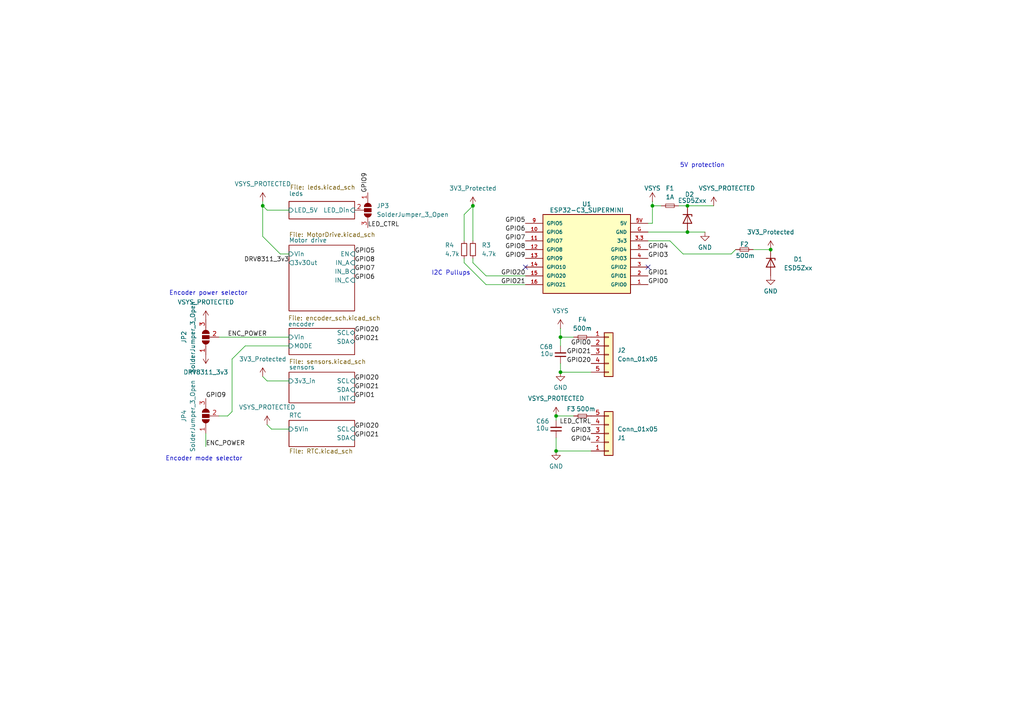
<source format=kicad_sch>
(kicad_sch (version 20250114) (generator "eeschema") (generator_version "9.0")
  (paper "A4")
  (title_block (title "QNOB") (date "2025-04-17") (rev "0.5") (company "12M Design") (comment 1 "Alper Basaran"))
  (lib_symbols
    (symbol "Carrier_boards:ESP32-C3_SUPERMINI" (pin_names (offset 1.016))
      (property "Reference" "U" (at -12.7 16.002 0))
      (property "Value" "ESP32-C3_SUPERMINI" (at -12.7 -20.32 0))
      (symbol "ESP32-C3_SUPERMINI_0_0"
        (rectangle (start -12.7 5.08) (end 12.7 -17.78) (stroke (width 0.254)) (fill (type background)))
        (pin power_in line (at -17.78 -12.7 0) (length 5.08) (name "GND") (number "G"))
        (pin power_in line (at -17.78 -15.24 0) (length 5.08) (name "5V") (number "5V"))
      )
      (symbol "ESP32-C3_SUPERMINI_1_0"
        (pin bidirectional line (at -17.78 2.54 0) (length 5.08) (name "GPIO0") (number "1"))
        (pin bidirectional line (at -17.78 0 0) (length 5.08) (name "GPIO1") (number "2"))
        (pin bidirectional line (at -17.78 -2.54 0) (length 5.08) (name "GPIO2") (number "3"))
        (pin bidirectional line (at -17.78 -5.08 0) (length 5.08) (name "GPIO3") (number "4"))
        (pin bidirectional line (at -17.78 -7.62 0) (length 5.08) (name "GPIO4") (number "5"))
        (pin bidirectional line (at -17.78 -10.16 0) (length 5.08) (name "3v3") (number "3.3"))
        (pin bidirectional line (at 17.78 2.54 180) (length 5.08) (name "GPIO21") (number "16"))
        (pin bidirectional line (at 17.78 0 180) (length 5.08) (name "GPIO20") (number "15"))
        (pin bidirectional line (at 17.78 -2.54 180) (length 5.08) (name "GPIO10") (number "14"))
        (pin bidirectional line (at 17.78 -5.08 180) (length 5.08) (name "GPIO9") (number "13"))
        (pin bidirectional line (at 17.78 -7.62 180) (length 5.08) (name "GPIO8") (number "12"))
        (pin bidirectional line (at 17.78 -10.16 180) (length 5.08) (name "GPIO7") (number "11"))
        (pin bidirectional line (at 17.78 -12.7 180) (length 5.08) (name "GPIO6") (number "10"))
        (pin bidirectional line (at 17.78 -15.24 180) (length 5.08) (name "GPIO5") (number "9"))
      )
    )
    (symbol "Connector_Generic:Conn_01x05" (pin_names (offset 1.016) (hide yes))
      (property "Reference" "J" (at 0 7.62 0))
      (property "Value" "Conn_01x05" (at 0 -7.62 0))
      (symbol "Conn_01x05_1_1"
        (rectangle (start -1.27 6.35) (end 1.27 -6.35) (stroke (width 0.254)) (fill (type background)))
        (rectangle (start -1.27 5.207) (end 0 4.953) (stroke (width 0.1524)))
        (rectangle (start -1.27 2.667) (end 0 2.413) (stroke (width 0.1524)))
        (rectangle (start -1.27 0.127) (end 0 -0.127) (stroke (width 0.1524)))
        (rectangle (start -1.27 -2.413) (end 0 -2.667) (stroke (width 0.1524)))
        (rectangle (start -1.27 -4.953) (end 0 -5.207) (stroke (width 0.1524)))
        (pin passive line (at -5.08 5.08 0) (length 3.81) (name "Pin_1") (number "1"))
        (pin passive line (at -5.08 2.54 0) (length 3.81) (name "Pin_2") (number "2"))
        (pin passive line (at -5.08 0 0) (length 3.81) (name "Pin_3") (number "3"))
        (pin passive line (at -5.08 -2.54 0) (length 3.81) (name "Pin_4") (number "4"))
        (pin passive line (at -5.08 -5.08 0) (length 3.81) (name "Pin_5") (number "5"))
      )
    )
    (symbol "Device:C_Small" (pin_numbers (hide yes)) (pin_names (offset 0.254) (hide yes))
      (property "Reference" "C" (at 0.254 1.778 0))
      (property "Value" "C_Small" (at 0.254 -2.032 0))
      (symbol "C_Small_0_1"
        (polyline (pts (xy -1.524 0.508) (xy 1.524 0.508)) (stroke (width 0.3048)))
        (polyline (pts (xy -1.524 -0.508) (xy 1.524 -0.508)) (stroke (width 0.3302)))
      )
      (symbol "C_Small_1_1"
        (pin passive line (at 0 2.54 270) (length 2.032) (name "~") (number "1"))
        (pin passive line (at 0 -2.54 90) (length 2.032) (name "~") (number "2"))
      )
    )
    (symbol "Device:Fuse_Small" (pin_numbers (hide yes)) (pin_names (offset 0.254) (hide yes))
      (property "Reference" "F" (at 0 -1.524 0))
      (property "Value" "Fuse_Small" (at 0 1.524 0))
      (symbol "Fuse_Small_0_1"
        (rectangle (start -1.27 0.508) (end 1.27 -0.508))
        (polyline (pts (xy -1.27 0) (xy 1.27 0)))
      )
      (symbol "Fuse_Small_1_1"
        (pin passive line (at -2.54 0 0) (length 1.27) (name "~") (number "1"))
        (pin passive line (at 2.54 0 180) (length 1.27) (name "~") (number "2"))
      )
    )
    (symbol "Device:R_Small" (pin_numbers (hide yes)) (pin_names (offset 0.254) (hide yes))
      (property "Reference" "R" (at 0.762 0.508 0))
      (property "Value" "R_Small" (at 0.762 -1.016 0))
      (symbol "R_Small_0_1"
        (rectangle (start -0.762 1.778) (end 0.762 -1.778) (stroke (width 0.2032)))
      )
      (symbol "R_Small_1_1"
        (pin passive line (at 0 2.54 270) (length 0.762) (name "~") (number "1"))
        (pin passive line (at 0 -2.54 90) (length 0.762) (name "~") (number "2"))
      )
    )
    (symbol "Diode:ESD5Zxx" (pin_numbers (hide yes)) (pin_names (hide yes))
      (property "Reference" "D" (at 0 2.54 0))
      (property "Value" "ESD5Zxx" (at 0 -2.54 0))
      (symbol "ESD5Zxx_0_1"
        (polyline (pts (xy -1.27 -1.27) (xy -1.27 1.27) (xy -0.762 1.27)) (stroke (width 0.254)))
        (polyline (pts (xy 1.27 0) (xy -1.27 0)))
        (polyline (pts (xy 1.27 -1.27) (xy 1.27 1.27) (xy -1.27 0) (xy 1.27 -1.27)) (stroke (width 0.254)))
      )
      (symbol "ESD5Zxx_1_1"
        (pin passive line (at -3.81 0 0) (length 2.54) (name "K") (number "1"))
        (pin passive line (at 3.81 0 180) (length 2.54) (name "A") (number "2"))
      )
    )
    (symbol "Jumper:SolderJumper_3_Open" (pin_names (offset 0) (hide yes)) (exclude_from_sim yes) (in_bom no)
      (property "Reference" "JP" (at -2.54 -2.54 0))
      (property "Value" "SolderJumper_3_Open" (at 0 2.794 0))
      (symbol "SolderJumper_3_Open_0_1"
        (polyline (pts (xy -2.54 0) (xy -2.032 0)))
        (polyline (pts (xy -1.016 1.016) (xy -1.016 -1.016)))
        (arc (start -1.016 -1.016) (mid -2.0276 0) (end -1.016 1.016))
        (arc (start -1.016 -1.016) (mid -2.0276 0) (end -1.016 1.016) (fill (type outline)))
        (rectangle (start -0.508 1.016) (end 0.508 -1.016) (fill (type outline)))
        (polyline (pts (xy 0 -1.27) (xy 0 -1.016)))
        (arc (start 1.016 1.016) (mid 2.0276 0) (end 1.016 -1.016))
        (arc (start 1.016 1.016) (mid 2.0276 0) (end 1.016 -1.016) (fill (type outline)))
        (polyline (pts (xy 1.016 1.016) (xy 1.016 -1.016)))
        (polyline (pts (xy 2.54 0) (xy 2.032 0)))
      )
      (symbol "SolderJumper_3_Open_1_1"
        (pin passive line (at -5.08 0 0) (length 2.54) (name "A") (number "1"))
        (pin passive line (at 0 -3.81 90) (length 2.54) (name "C") (number "2"))
        (pin passive line (at 5.08 0 180) (length 2.54) (name "B") (number "3"))
      )
    )
    (symbol "power:GND" (power) (pin_names (offset 0))
      (property "Value" "GND" (at 0 -3.81 0))
      (symbol "GND_0_1"
        (polyline (pts (xy 0 0) (xy 0 -1.27) (xy 1.27 -1.27) (xy 0 -2.54) (xy -1.27 -1.27) (xy 0 -1.27)))
      )
      (symbol "GND_1_1"
        (pin power_in line (at 0 0 270) (length 0) (hide yes) (name "GND") (number "1"))
      )
    )
    (symbol "power:VDD" (power) (pin_numbers (hide yes)) (pin_names (offset 0) (hide yes))
      (property "Value" "VDD" (at 0 3.556 0))
      (symbol "VDD_0_1"
        (polyline (pts (xy -0.762 1.27) (xy 0 2.54)))
        (polyline (pts (xy 0 2.54) (xy 0.762 1.27)))
        (polyline (pts (xy 0 0) (xy 0 2.54)))
      )
      (symbol "VDD_1_1"
        (pin power_in line (at 0 0 90) (length 0) (name "~") (number "1"))
      )
    )
  )
  (text "I2C Pullups" (at 130.81 79.248 0) (effects (font (size 1.27 1.27))))
  (text "Encoder power selector" (at 60.452 85.09 0) (effects (font (size 1.27 1.27))))
  (text "5V protection" (at 203.708 48.006 0) (effects (font (size 1.27 1.27))))
  (text "Encoder mode selector" (at 59.182 133.096 0) (effects (font (size 1.27 1.27))))
  (junction (at 189.23 59.69))
  (junction (at 161.29 120.65))
  (junction (at 137.16 59.69))
  (junction (at 162.56 107.95))
  (junction (at 199.39 59.69))
  (junction (at 76.2 59.69))
  (junction (at 162.56 97.79))
  (junction (at 199.39 67.31))
  (junction (at 161.29 130.81))
  (junction (at 223.52 72.39))
  (no_connect (at 152.4 77.47))
  (no_connect (at 187.96 77.47))
  (wire (pts (xy 137.16 59.69) (xy 137.16 69.85)))
  (wire (pts (xy 162.56 97.79) (xy 162.56 100.33)))
  (wire (pts (xy 67.31 119.38) (xy 66.04 120.65)))
  (wire (pts (xy 199.39 67.31) (xy 204.47 67.31)))
  (wire (pts (xy 134.62 69.85) (xy 134.62 62.23)))
  (wire (pts (xy 198.12 73.66) (xy 212.09 73.66)))
  (wire (pts (xy 134.62 74.93) (xy 134.62 76.2)))
  (wire (pts (xy 77.47 60.96) (xy 76.2 59.69)))
  (wire (pts (xy 134.62 76.2) (xy 140.97 82.55)))
  (wire (pts (xy 81.28 73.66) (xy 76.2 68.58)))
  (wire (pts (xy 218.44 72.39) (xy 223.52 72.39)))
  (wire (pts (xy 63.5 120.65) (xy 66.04 120.65)))
  (wire (pts (xy 161.29 130.81) (xy 171.45 130.81)))
  (wire (pts (xy 189.23 58.42) (xy 189.23 59.69)))
  (wire (pts (xy 199.39 59.69) (xy 207.01 59.69)))
  (wire (pts (xy 78.74 124.46) (xy 77.47 123.19)))
  (wire (pts (xy 59.69 125.73) (xy 59.69 129.54)))
  (wire (pts (xy 140.97 80.01) (xy 137.16 76.2)))
  (wire (pts (xy 162.56 95.25) (xy 162.56 97.79)))
  (wire (pts (xy 171.45 107.95) (xy 162.56 107.95)))
  (wire (pts (xy 196.85 59.69) (xy 199.39 59.69)))
  (wire (pts (xy 63.5 97.79) (xy 83.82 97.79)))
  (wire (pts (xy 137.16 74.93) (xy 137.16 76.2)))
  (wire (pts (xy 213.36 72.39) (xy 212.09 73.66)))
  (wire (pts (xy 161.29 120.65) (xy 166.37 120.65)))
  (wire (pts (xy 83.82 124.46) (xy 78.74 124.46)))
  (wire (pts (xy 161.29 127) (xy 161.29 130.81)))
  (wire (pts (xy 187.96 64.77) (xy 189.23 64.77)))
  (wire (pts (xy 194.31 69.85) (xy 198.12 73.66)))
  (wire (pts (xy 189.23 59.69) (xy 191.77 59.69)))
  (wire (pts (xy 76.2 58.42) (xy 76.2 59.69)))
  (wire (pts (xy 161.29 120.65) (xy 161.29 121.92)))
  (wire (pts (xy 77.47 110.49) (xy 83.82 110.49)))
  (wire (pts (xy 162.56 97.79) (xy 166.37 97.79)))
  (wire (pts (xy 187.96 69.85) (xy 194.31 69.85)))
  (wire (pts (xy 140.97 82.55) (xy 152.4 82.55)))
  (wire (pts (xy 162.56 105.41) (xy 162.56 107.95)))
  (wire (pts (xy 77.47 110.49) (xy 76.2 109.22)))
  (wire (pts (xy 134.62 62.23) (xy 137.16 59.69)))
  (wire (pts (xy 83.82 60.96) (xy 77.47 60.96)))
  (wire (pts (xy 76.2 59.69) (xy 76.2 68.58)))
  (wire (pts (xy 71.12 100.33) (xy 83.82 100.33)))
  (wire (pts (xy 189.23 59.69) (xy 189.23 64.77)))
  (wire (pts (xy 187.96 67.31) (xy 199.39 67.31)))
  (wire (pts (xy 152.4 80.01) (xy 140.97 80.01)))
  (wire (pts (xy 83.82 73.66) (xy 81.28 73.66)))
  (wire (pts (xy 67.31 104.14) (xy 71.12 100.33)))
  (wire (pts (xy 67.31 104.14) (xy 67.31 119.38)))
  (label "GPIO21" (at 152.4 82.55 180))
  (label "GPIO8" (at 152.4 72.39 180))
  (label "GPIO21" (at 102.87 113.03 0))
  (label "GPIO4" (at 187.96 72.39 0))
  (label "GPIO6" (at 102.87 81.28 0))
  (label "GPIO3" (at 171.45 125.73 180))
  (label "GPIO0" (at 171.45 100.33 180))
  (label "GPIO3" (at 187.96 74.93 0))
  (label "GPIO20" (at 171.45 105.41 180))
  (label "GPIO1" (at 102.87 115.57 0))
  (label "GPIO8" (at 102.87 76.2 0))
  (label "ENC_POWER" (at 59.69 129.54 0))
  (label "GPIO9" (at 59.69 115.57 0))
  (label "GPIO21" (at 171.45 102.87 180))
  (label "GPIO4" (at 171.45 128.27 180))
  (label "GPIO21" (at 102.87 99.06 0))
  (label "GPIO0" (at 187.96 82.55 0))
  (label "GPIO20" (at 102.87 96.52 0))
  (label "GPIO21" (at 102.87 127 0))
  (label "GPIO9" (at 106.68 55.88 90))
  (label "GPIO1" (at 187.96 80.01 0))
  (label "GPIO7" (at 152.4 69.85 180))
  (label "GPIO7" (at 102.87 78.74 0))
  (label "LED_CTRL" (at 106.68 66.04 0))
  (label "DRV8311_3v3" (at 83.82 76.2 180))
  (label "ENC_POWER" (at 66.04 97.79 0))
  (label "GPIO6" (at 152.4 67.31 180))
  (label "GPIO20" (at 152.4 80.01 180))
  (label "LED_CTRL" (at 171.45 123.19 180))
  (label "GPIO5" (at 102.87 73.66 0))
  (label "GPIO5" (at 152.4 64.77 180))
  (label "GPIO20" (at 102.87 124.46 0))
  (label "GPIO9" (at 152.4 74.93 180))
  (label "GPIO20" (at 102.87 110.49 0))
  (symbol (lib_id "power:VDD") (at 162.56 95.25 0) (unit 1)
    (property "Reference" "#PWR055" (effects (hide yes)))
    (property "Value" "VSYS" (at 162.56 90.17 0))
    (property "Description" "Power symbol creates a global label with name \"VDD\"" (effects (hide yes)))
  )
  (symbol (lib_id "power:VDD") (at 207.01 59.69 0) (unit 1)
    (property "Reference" "#PWR061" (effects (hide yes)))
    (property "Value" "VSYS_PROTECTED" (at 210.82 54.61 0))
    (property "Description" "Power symbol creates a global label with name \"VDD\"" (effects (hide yes)))
  )
  (symbol (lib_id "Device:Fuse_Small") (at 168.91 97.79 0) (unit 1)
    (property "Reference" "F4" (at 168.91 92.71 0))
    (property "Value" "500m" (at 168.91 95.25 0))
    (property "Footprint" "Fuse:Fuse_0603_1608Metric_Pad1.05x0.95mm_HandSolder" (effects (hide yes)))
    (property "Description" "Fuse, small symbol" (effects (hide yes)))
  )
  (symbol (lib_id "Device:Fuse_Small") (at 168.91 120.65 0) (unit 1)
    (property "Reference" "F3" (at 165.608 118.618 0))
    (property "Value" "500m" (at 169.926 118.618 0))
    (property "Footprint" "Fuse:Fuse_0603_1608Metric_Pad1.05x0.95mm_HandSolder" (effects (hide yes)))
    (property "Description" "Fuse, small symbol" (effects (hide yes)))
  )
  (symbol (lib_id "power:GND") (at 204.47 67.31 0) (unit 1)
    (property "Reference" "#PWR03" (effects (hide yes)))
    (property "Value" "GND" (at 204.47 71.755 0))
  )
  (symbol (lib_id "Connector_Generic:Conn_01x05") (at 176.53 125.73 0) (mirror x) (unit 1)
    (property "Reference" "J1" (at 179.07 127.0001 0) (effects (justify left)))
    (property "Value" "Conn_01x05" (at 179.07 124.4601 0) (effects (justify left)))
    (property "Footprint" "Connector_Molex:Molex_PicoBlade_53048-0510_1x05_P1.25mm_Horizontal" (effects (hide yes)))
    (property "Description" "Generic connector, single row, 01x05, script generated (kicad-library-utils/schlib/autogen/connector/)" (effects (hide yes)))
  )
  (symbol (lib_id "Device:R_Small") (at 134.62 72.39 180) (unit 1)
    (property "Reference" "R4" (at 129.032 71.12 0) (effects (justify right)))
    (property "Value" "4.7k" (at 129.032 73.66 0) (effects (justify right)))
    (property "Footprint" "Resistor_SMD:R_0603_1608Metric_Pad0.98x0.95mm_HandSolder" (effects (hide yes)))
  )
  (symbol (lib_id "power:VDD") (at 223.52 72.39 0) (unit 1)
    (property "Reference" "#PWR058" (effects (hide yes)))
    (property "Value" "3V3_Protected" (at 223.52 67.31 0))
    (property "Description" "Power symbol creates a global label with name \"VDD\"" (effects (hide yes)))
  )
  (symbol (lib_id "Diode:ESD5Zxx") (at 223.52 76.2 270) (unit 1)
    (property "Reference" "D1" (at 230.124 75.184 90) (effects (justify left)))
    (property "Value" "ESD5Zxx" (at 227.33 77.724 90) (effects (justify left)))
    (property "Footprint" "Diode_SMD:D_SOD-323" (effects (hide yes)))
    (property "Datasheet" "https://www.onsemi.com/pdf/datasheet/esd5z2.5t1-d.pdf" (effects (hide yes)))
    (property "Description" "ESD Protection Diode, SOD-523" (effects (hide yes)))
  )
  (symbol (lib_id "power:VDD") (at 77.47 123.19 0) (unit 1)
    (property "Reference" "#PWR066" (effects (hide yes)))
    (property "Value" "VSYS_PROTECTED" (at 77.47 118.11 0))
    (property "Description" "Power symbol creates a global label with name \"VDD\"" (effects (hide yes)))
  )
  (symbol (lib_id "Jumper:SolderJumper_3_Open") (at 59.69 120.65 90) (unit 1) (exclude_from_sim yes) (in_bom no)
    (property "Reference" "JP4" (at 53.34 120.65 0))
    (property "Value" "SolderJumper_3_Open" (at 55.88 120.65 0))
    (property "Footprint" "Jumper:SolderJumper-3_P1.3mm_Open_RoundedPad1.0x1.5mm" (effects (hide yes)))
    (property "Description" "Solder Jumper, 3-pole, open" (effects (hide yes)))
  )
  (symbol (lib_id "power:VDD") (at 137.16 59.69 0) (unit 1)
    (property "Reference" "#PWR064" (effects (hide yes)))
    (property "Value" "3V3_Protected" (at 137.16 54.61 0))
    (property "Description" "Power symbol creates a global label with name \"VDD\"" (effects (hide yes)))
  )
  (symbol (lib_id "power:VDD") (at 189.23 58.42 0) (unit 1)
    (property "Reference" "#PWR062" (effects (hide yes)))
    (property "Value" "VSYS" (at 189.23 54.61 0))
    (property "Description" "Power symbol creates a global label with name \"VDD\"" (effects (hide yes)))
  )
  (symbol (lib_id "Jumper:SolderJumper_3_Open") (at 59.69 97.79 90) (unit 1) (exclude_from_sim yes) (in_bom no)
    (property "Reference" "JP2" (at 53.34 97.79 0))
    (property "Value" "SolderJumper_3_Open" (at 55.88 97.79 0))
    (property "Footprint" "Jumper:SolderJumper-3_P1.3mm_Open_RoundedPad1.0x1.5mm" (effects (hide yes)))
    (property "Description" "Solder Jumper, 3-pole, open" (effects (hide yes)))
  )
  (symbol (lib_id "power:VDD") (at 59.69 102.87 180) (unit 1)
    (property "Reference" "#PWR059" (effects (hide yes)))
    (property "Value" "DRV8311_3v3" (at 59.69 107.95 0))
    (property "Description" "Power symbol creates a global label with name \"VDD\"" (effects (hide yes)))
  )
  (symbol (lib_id "Jumper:SolderJumper_3_Open") (at 106.68 60.96 270) (unit 1) (exclude_from_sim yes) (in_bom no)
    (property "Reference" "JP3" (at 109.22 59.6899 90) (effects (justify left)))
    (property "Value" "SolderJumper_3_Open" (at 109.22 62.2299 90) (effects (justify left)))
    (property "Footprint" "Jumper:SolderJumper-3_P1.3mm_Open_RoundedPad1.0x1.5mm" (effects (hide yes)))
    (property "Description" "Solder Jumper, 3-pole, open" (effects (hide yes)))
  )
  (symbol (lib_id "power:VDD") (at 76.2 58.42 0) (unit 1)
    (property "Reference" "#PWR056" (effects (hide yes)))
    (property "Value" "VSYS_PROTECTED" (at 76.2 53.34 0))
    (property "Description" "Power symbol creates a global label with name \"VDD\"" (effects (hide yes)))
  )
  (symbol (lib_id "Device:C_Small") (at 161.29 124.46 180) (unit 1)
    (property "Reference" "C66" (at 155.448 122.174 0) (effects (justify right)))
    (property "Value" "10u" (at 155.448 124.206 0) (effects (justify right)))
    (property "Footprint" "Capacitor_Tantalum_SMD:CP_EIA-1608-08_AVX-J_Pad1.25x1.05mm_HandSolder" (effects (hide yes)))
  )
  (symbol (lib_id "Carrier_boards:ESP32-C3_SUPERMINI") (at 170.18 80.01 180) (unit 1)
    (property "Reference" "U1" (at 170.18 59.182 0))
    (property "Value" "ESP32-C3_SUPERMINI" (at 170.18 60.96 0))
    (property "Footprint" "Carriar_boards:MODULE_ESP32-C3_SUPERMINI" (effects (hide yes)))
    (property "MP" "ESP32-C3 SuperMini" (effects (hide yes)))
  )
  (symbol (lib_id "Device:R_Small") (at 137.16 72.39 180) (unit 1)
    (property "Reference" "R3" (at 139.7 71.1199 0) (effects (justify right)))
    (property "Value" "4.7k" (at 139.7 73.6599 0) (effects (justify right)))
    (property "Footprint" "Resistor_SMD:R_0603_1608Metric_Pad0.98x0.95mm_HandSolder" (effects (hide yes)))
  )
  (symbol (lib_id "power:GND") (at 162.56 107.95 0) (unit 1)
    (property "Reference" "#PWR060" (effects (hide yes)))
    (property "Value" "GND" (at 162.56 112.395 0))
  )
  (symbol (lib_id "Device:Fuse_Small") (at 215.9 72.39 0) (unit 1)
    (property "Reference" "F2" (at 215.9 70.866 0))
    (property "Value" "500m" (at 216.154 74.168 0))
    (property "Footprint" "Fuse:Fuse_0603_1608Metric_Pad1.05x0.95mm_HandSolder" (effects (hide yes)))
    (property "Description" "Fuse, small symbol" (effects (hide yes)))
  )
  (symbol (lib_id "power:VDD") (at 161.29 120.65 0) (unit 1)
    (property "Reference" "#PWR069" (effects (hide yes)))
    (property "Value" "VSYS_PROTECTED" (at 161.29 115.57 0))
    (property "Description" "Power symbol creates a global label with name \"VDD\"" (effects (hide yes)))
  )
  (symbol (lib_id "Device:Fuse_Small") (at 194.31 59.69 0) (unit 1)
    (property "Reference" "F1" (at 194.31 54.61 0))
    (property "Value" "1A" (at 194.31 57.15 0))
    (property "Footprint" "Fuse:Fuse_0805_2012Metric_Pad1.15x1.40mm_HandSolder" (effects (hide yes)))
    (property "Description" "Fuse, small symbol" (effects (hide yes)))
  )
  (symbol (lib_id "power:VDD") (at 59.69 92.71 0) (unit 1)
    (property "Reference" "#PWR057" (effects (hide yes)))
    (property "Value" "VSYS_PROTECTED" (at 59.69 87.63 0))
    (property "Description" "Power symbol creates a global label with name \"VDD\"" (effects (hide yes)))
  )
  (symbol (lib_id "Device:C_Small") (at 162.56 102.87 180) (unit 1)
    (property "Reference" "C68" (at 156.464 100.584 0) (effects (justify right)))
    (property "Value" "10u" (at 156.718 102.616 0) (effects (justify right)))
    (property "Footprint" "Capacitor_Tantalum_SMD:CP_EIA-1608-08_AVX-J_Pad1.25x1.05mm_HandSolder" (effects (hide yes)))
  )
  (symbol (lib_id "Diode:ESD5Zxx") (at 199.39 63.5 270) (unit 1)
    (property "Reference" "D2" (at 198.628 56.388 90) (effects (justify left)))
    (property "Value" "ESD5Zxx" (at 196.596 58.166 90) (effects (justify left)))
    (property "Footprint" "Diode_SMD:D_SOD-323" (effects (hide yes)))
    (property "Datasheet" "https://www.onsemi.com/pdf/datasheet/esd5z2.5t1-d.pdf" (effects (hide yes)))
    (property "Description" "ESD Protection Diode, SOD-523" (effects (hide yes)))
  )
  (symbol (lib_id "power:VDD") (at 76.2 109.22 0) (unit 1)
    (property "Reference" "#PWR063" (effects (hide yes)))
    (property "Value" "3V3_Protected" (at 76.2 104.14 0))
    (property "Description" "Power symbol creates a global label with name \"VDD\"" (effects (hide yes)))
  )
  (symbol (lib_id "Connector_Generic:Conn_01x05") (at 176.53 102.87 0) (unit 1)
    (property "Reference" "J2" (at 179.07 101.5999 0) (effects (justify left)))
    (property "Value" "Conn_01x05" (at 179.07 104.1399 0) (effects (justify left)))
    (property "Footprint" "Connector_Molex:Molex_PicoBlade_53048-0510_1x05_P1.25mm_Horizontal" (effects (hide yes)))
    (property "Description" "Generic connector, single row, 01x05, script generated (kicad-library-utils/schlib/autogen/connector/)" (effects (hide yes)))
  )
  (symbol (lib_id "power:GND") (at 161.29 130.81 0) (unit 1)
    (property "Reference" "#PWR070" (effects (hide yes)))
    (property "Value" "GND" (at 161.29 135.255 0))
  )
  (symbol (lib_id "power:GND") (at 223.52 80.01 0) (unit 1)
    (property "Reference" "#PWR053" (effects (hide yes)))
    (property "Value" "GND" (at 223.52 84.455 0))
  )
  (sheet (at 83.82 71.12) (size 19.05 19.05) (stroke (width 0.1524))
    (property "Sheetname" "Motor drive" (at 83.82 70.4084 0) (effects (justify left bottom)))
    (property "Sheetfile" "MotorDrive.kicad_sch" (at 83.82 67.31 0) (effects (justify left top)))
    (pin "IN_A" input (at 102.87 76.2 0))
    (pin "IN_B" input (at 102.87 78.74 0))
    (pin "EN" input (at 102.87 73.66 0))
    (pin "Vin" input (at 83.82 73.66 180))
    (pin "IN_C" input (at 102.87 81.28 0))
    (pin "3v3Out" output (at 83.82 76.2 180))
  )
  (sheet (at 83.82 107.95) (size 19.05 8.89) (stroke (width 0.1524))
    (property "Sheetname" "sensors" (at 83.82 107.2384 0) (effects (justify left bottom)))
    (property "Sheetfile" "sensors.kicad_sch" (at 83.82 104.14 0) (effects (justify left top)))
    (pin "3v3_in" input (at 83.82 110.49 180))
    (pin "SCL" input (at 102.87 110.49 0))
    (pin "SDA" input (at 102.87 113.03 0))
    (pin "INT" input (at 102.87 115.57 0))
  )
  (sheet (at 83.82 95.25) (size 19.05 7.62) (stroke (width 0.1524))
    (property "Sheetname" "encoder" (at 83.566 94.742 0) (effects (justify left bottom)))
    (property "Sheetfile" "encoder_sch.kicad_sch" (at 83.566 91.5166 0) (effects (justify left top)))
    (pin "SDA" bidirectional (at 102.87 99.06 0))
    (pin "SCL" bidirectional (at 102.87 96.52 0))
    (pin "Vin" input (at 83.82 97.79 180))
    (pin "MODE" input (at 83.82 100.33 180))
  )
  (sheet (at 83.82 121.92) (size 19.05 7.62) (stroke (width 0.1524))
    (property "Sheetname" "RTC" (at 83.82 121.2084 0) (effects (justify left bottom)))
    (property "Sheetfile" "RTC.kicad_sch" (at 83.82 130.1246 0) (effects (justify left top)))
    (pin "5Vin" input (at 83.82 124.46 180))
    (pin "SCL" input (at 102.87 124.46 0))
    (pin "SDA" input (at 102.87 127 0))
  )
  (sheet (at 83.82 58.42) (size 19.05 5.08) (stroke (width 0.1524))
    (property "Sheetname" "leds" (at 83.82 56.896 0) (effects (justify left bottom)))
    (property "Sheetfile" "leds.kicad_sch" (at 84.074 53.594 0) (effects (justify left top)))
    (pin "LED_5V" input (at 83.82 60.96 180))
    (pin "LED_Din" input (at 102.87 60.96 0))
  )
)
</source>
